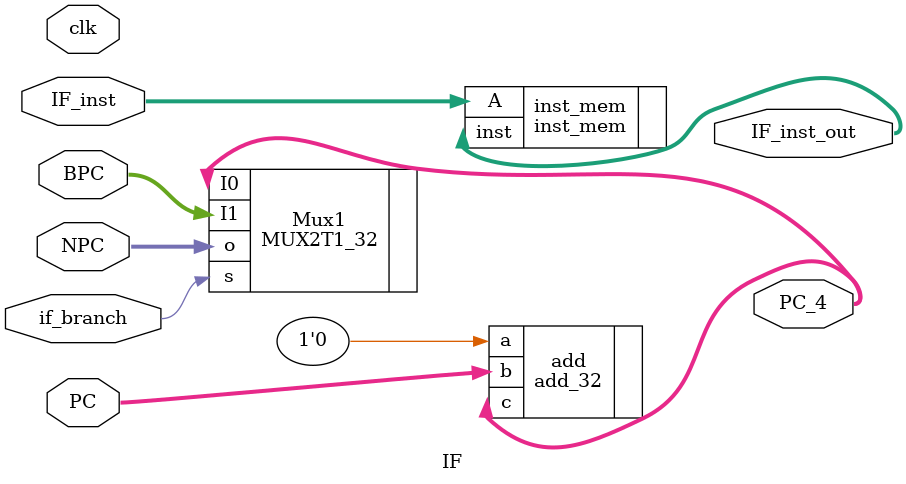
<source format=v>
`timescale 1ns / 1ps
module IF(
	input clk,
	input if_branch,
	input [31:0]NPC,//next_pc
	input [31:0]BPC,//branch_pc
	input [31:0]PC,
	input [31:0]IF_inst,
	output [31:0]IF_inst_out,
	output [31:0]PC_4
    );

	add_32 add(.a(1'd4),
				  .b(PC),
				  .c(PC_4)
				  );
				  
	inst_mem inst_mem(.A(IF_inst),
							.inst(IF_inst_out)
							);
	
	MUX2T1_32 Mux1(.I0(PC_4),
						.I1(BPC),
						.s(if_branch),
						.o(NPC)
						);
				  
endmodule

</source>
